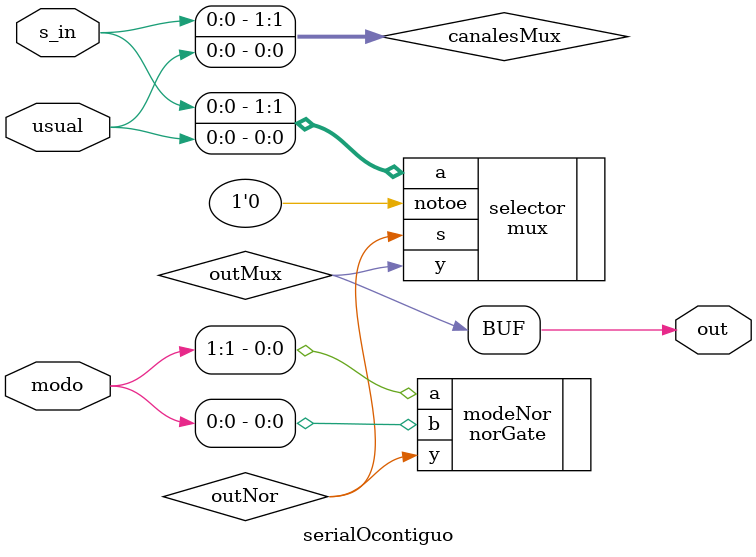
<source format=v>

/*
  Modulo serialOcontiguo
 */
module serialOcontiguo(
  input usual,
  input s_in,
  input [1:0] modo,
  output out
);

  wire usual, s_in, out;
  wire [1:0] modo;

  wire outNor;
  wire outMux;
  wire [1:0] canalesMux;
  assign canalesMux[1] = s_in;
  assign canalesMux[0] = usual;

  parameter notoe = 1'b0;

  norGate modeNor(
	 .a(modo[1]),
	 .b(modo[0]),
	 .y(outNor)
);

  mux selector(
	  .s(outNor),
	  .a(canalesMux),
	  .notoe(notoe),
	  .y(outMux)
);

assign out = outMux;

endmodule//serialOcontiguo

</source>
